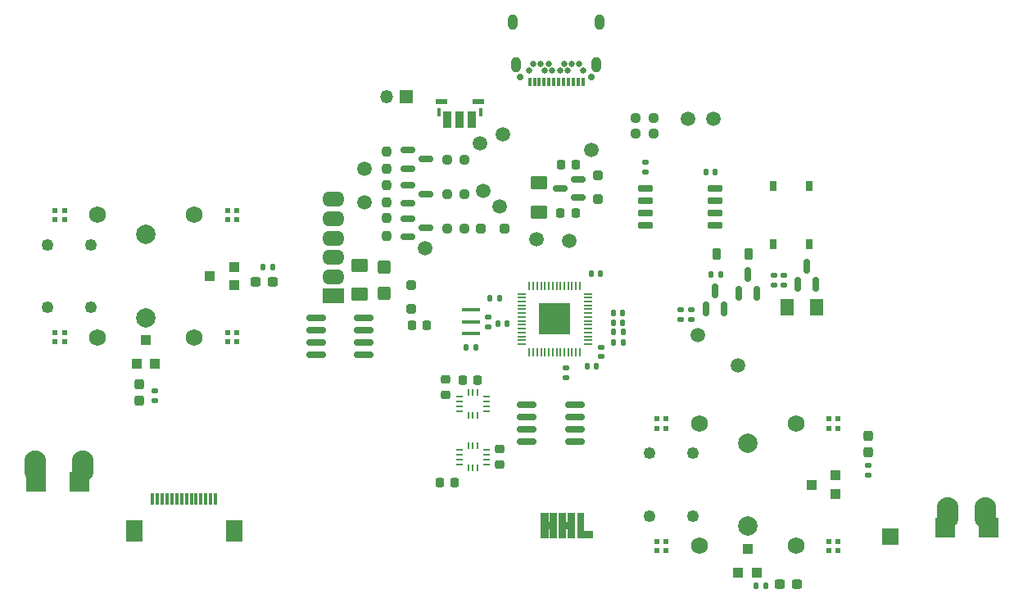
<source format=gbr>
G04 #@! TF.GenerationSoftware,KiCad,Pcbnew,7.0.2*
G04 #@! TF.CreationDate,2023-05-26T20:08:00-07:00*
G04 #@! TF.ProjectId,procon_gcc_main_pcb,70726f63-6f6e-45f6-9763-635f6d61696e,1*
G04 #@! TF.SameCoordinates,Original*
G04 #@! TF.FileFunction,Soldermask,Top*
G04 #@! TF.FilePolarity,Negative*
%FSLAX46Y46*%
G04 Gerber Fmt 4.6, Leading zero omitted, Abs format (unit mm)*
G04 Created by KiCad (PCBNEW 7.0.2) date 2023-05-26 20:08:00*
%MOMM*%
%LPD*%
G01*
G04 APERTURE LIST*
G04 Aperture macros list*
%AMRoundRect*
0 Rectangle with rounded corners*
0 $1 Rounding radius*
0 $2 $3 $4 $5 $6 $7 $8 $9 X,Y pos of 4 corners*
0 Add a 4 corners polygon primitive as box body*
4,1,4,$2,$3,$4,$5,$6,$7,$8,$9,$2,$3,0*
0 Add four circle primitives for the rounded corners*
1,1,$1+$1,$2,$3*
1,1,$1+$1,$4,$5*
1,1,$1+$1,$6,$7*
1,1,$1+$1,$8,$9*
0 Add four rect primitives between the rounded corners*
20,1,$1+$1,$2,$3,$4,$5,0*
20,1,$1+$1,$4,$5,$6,$7,0*
20,1,$1+$1,$6,$7,$8,$9,0*
20,1,$1+$1,$8,$9,$2,$3,0*%
G04 Aperture macros list end*
%ADD10C,0.025000*%
%ADD11RoundRect,0.135000X-0.135000X-0.185000X0.135000X-0.185000X0.135000X0.185000X-0.135000X0.185000X0*%
%ADD12C,1.500000*%
%ADD13R,0.300000X1.300000*%
%ADD14R,1.800000X2.200000*%
%ADD15R,0.745000X0.280000*%
%ADD16R,0.280000X0.745000*%
%ADD17R,1.700000X1.700000*%
%ADD18RoundRect,0.225000X-0.250000X0.225000X-0.250000X-0.225000X0.250000X-0.225000X0.250000X0.225000X0*%
%ADD19RoundRect,0.225000X-0.225000X-0.250000X0.225000X-0.250000X0.225000X0.250000X-0.225000X0.250000X0*%
%ADD20O,0.400000X0.900000*%
%ADD21R,0.950000X1.700000*%
%ADD22R,0.900000X1.700000*%
%ADD23R,1.200000X0.600000*%
%ADD24R,1.000000X1.000000*%
%ADD25RoundRect,0.135000X0.185000X-0.135000X0.185000X0.135000X-0.185000X0.135000X-0.185000X-0.135000X0*%
%ADD26RoundRect,0.135000X0.135000X0.185000X-0.135000X0.185000X-0.135000X-0.185000X0.135000X-0.185000X0*%
%ADD27R,0.550000X0.550000*%
%ADD28RoundRect,0.225000X-0.225000X-0.375000X0.225000X-0.375000X0.225000X0.375000X-0.225000X0.375000X0*%
%ADD29RoundRect,0.135000X-0.185000X0.135000X-0.185000X-0.135000X0.185000X-0.135000X0.185000X0.135000X0*%
%ADD30RoundRect,0.150000X-0.825000X-0.150000X0.825000X-0.150000X0.825000X0.150000X-0.825000X0.150000X0*%
%ADD31RoundRect,0.237500X-0.237500X0.300000X-0.237500X-0.300000X0.237500X-0.300000X0.237500X0.300000X0*%
%ADD32R,2.300000X1.600000*%
%ADD33O,2.300000X1.600000*%
%ADD34RoundRect,0.150000X-0.587500X-0.150000X0.587500X-0.150000X0.587500X0.150000X-0.587500X0.150000X0*%
%ADD35RoundRect,0.237500X0.300000X0.237500X-0.300000X0.237500X-0.300000X-0.237500X0.300000X-0.237500X0*%
%ADD36RoundRect,0.250001X-0.624999X0.462499X-0.624999X-0.462499X0.624999X-0.462499X0.624999X0.462499X0*%
%ADD37RoundRect,0.237500X-0.237500X0.250000X-0.237500X-0.250000X0.237500X-0.250000X0.237500X0.250000X0*%
%ADD38RoundRect,0.150000X0.150000X-0.587500X0.150000X0.587500X-0.150000X0.587500X-0.150000X-0.587500X0*%
%ADD39RoundRect,0.140000X0.140000X0.170000X-0.140000X0.170000X-0.140000X-0.170000X0.140000X-0.170000X0*%
%ADD40R,2.000000X2.000000*%
%ADD41R,3.200000X3.200000*%
%ADD42RoundRect,0.050000X-0.387500X0.050000X-0.387500X-0.050000X0.387500X-0.050000X0.387500X0.050000X0*%
%ADD43RoundRect,0.050000X-0.050000X0.387500X-0.050000X-0.387500X0.050000X-0.387500X0.050000X0.387500X0*%
%ADD44RoundRect,0.140000X-0.170000X0.140000X-0.170000X-0.140000X0.170000X-0.140000X0.170000X0.140000X0*%
%ADD45RoundRect,0.250000X-0.250000X-0.250000X0.250000X-0.250000X0.250000X0.250000X-0.250000X0.250000X0*%
%ADD46RoundRect,0.250001X0.624999X-0.462499X0.624999X0.462499X-0.624999X0.462499X-0.624999X-0.462499X0*%
%ADD47RoundRect,0.250000X0.250000X-0.250000X0.250000X0.250000X-0.250000X0.250000X-0.250000X-0.250000X0*%
%ADD48RoundRect,0.237500X0.250000X0.237500X-0.250000X0.237500X-0.250000X-0.237500X0.250000X-0.237500X0*%
%ADD49RoundRect,0.250001X-0.462499X-0.624999X0.462499X-0.624999X0.462499X0.624999X-0.462499X0.624999X0*%
%ADD50O,2.250000X3.250000*%
%ADD51RoundRect,0.237500X-0.300000X-0.237500X0.300000X-0.237500X0.300000X0.237500X-0.300000X0.237500X0*%
%ADD52RoundRect,0.225000X0.225000X0.250000X-0.225000X0.250000X-0.225000X-0.250000X0.225000X-0.250000X0*%
%ADD53R,1.900000X0.400000*%
%ADD54RoundRect,0.140000X-0.140000X-0.170000X0.140000X-0.170000X0.140000X0.170000X-0.140000X0.170000X0*%
%ADD55RoundRect,0.250000X0.425000X-0.450000X0.425000X0.450000X-0.425000X0.450000X-0.425000X-0.450000X0*%
%ADD56RoundRect,0.150000X0.587500X0.150000X-0.587500X0.150000X-0.587500X-0.150000X0.587500X-0.150000X0*%
%ADD57C,1.750000*%
%ADD58C,2.000000*%
%ADD59C,1.250000*%
%ADD60R,0.750000X1.000000*%
%ADD61R,1.350000X1.350000*%
%ADD62O,1.350000X1.350000*%
%ADD63C,0.700000*%
%ADD64R,0.300000X0.900000*%
%ADD65C,0.650000*%
%ADD66O,1.000000X1.600000*%
%ADD67RoundRect,0.150000X-0.650000X-0.150000X0.650000X-0.150000X0.650000X0.150000X-0.650000X0.150000X0*%
%ADD68RoundRect,0.237500X-0.250000X-0.237500X0.250000X-0.237500X0.250000X0.237500X-0.250000X0.237500X0*%
G04 APERTURE END LIST*
D10*
X141256470Y-145243438D02*
X142210425Y-145243438D01*
X142210425Y-145912807D01*
X140623811Y-145912807D01*
X140623811Y-143359635D01*
X141256470Y-143359635D01*
X141256470Y-145243438D01*
G36*
X141256470Y-145243438D02*
G01*
X142210425Y-145243438D01*
X142210425Y-145912807D01*
X140623811Y-145912807D01*
X140623811Y-143359635D01*
X141256470Y-143359635D01*
X141256470Y-145243438D01*
G37*
X138490336Y-145912807D02*
X137809475Y-145912807D01*
X137809475Y-144944685D01*
X137569819Y-144944685D01*
X137569819Y-145912807D01*
X136884519Y-145912807D01*
X136884519Y-143360155D01*
X137567533Y-143359635D01*
X137567533Y-144282437D01*
X137809475Y-144282437D01*
X137809475Y-143359635D01*
X138490336Y-143359635D01*
X138490336Y-145912807D01*
G36*
X138490336Y-145912807D02*
G01*
X137809475Y-145912807D01*
X137809475Y-144944685D01*
X137569819Y-144944685D01*
X137569819Y-145912807D01*
X136884519Y-145912807D01*
X136884519Y-143360155D01*
X137567533Y-143359635D01*
X137567533Y-144282437D01*
X137809475Y-144282437D01*
X137809475Y-143359635D01*
X138490336Y-143359635D01*
X138490336Y-145912807D01*
G37*
X140340336Y-145912807D02*
X139659475Y-145912807D01*
X139659475Y-144944685D01*
X139419819Y-144944685D01*
X139419819Y-145912807D01*
X138734519Y-145912807D01*
X138734519Y-143360155D01*
X139417533Y-143359635D01*
X139417533Y-144282437D01*
X139659475Y-144282437D01*
X139659475Y-143359635D01*
X140340336Y-143359635D01*
X140340336Y-145912807D01*
G36*
X140340336Y-145912807D02*
G01*
X139659475Y-145912807D01*
X139659475Y-144944685D01*
X139419819Y-144944685D01*
X139419819Y-145912807D01*
X138734519Y-145912807D01*
X138734519Y-143360155D01*
X139417533Y-143359635D01*
X139417533Y-144282437D01*
X139659475Y-144282437D01*
X139659475Y-143359635D01*
X140340336Y-143359635D01*
X140340336Y-145912807D01*
G37*
D11*
X129129756Y-126274421D03*
X130149756Y-126274421D03*
D12*
X136459755Y-115106341D03*
X139814343Y-115229853D03*
D13*
X96741205Y-141917846D03*
X97241205Y-141917846D03*
X97741205Y-141917846D03*
X98241205Y-141917846D03*
X98741205Y-141917846D03*
X99241205Y-141917846D03*
X99741205Y-141917846D03*
X100241205Y-141917846D03*
X100741205Y-141917846D03*
X101241205Y-141917846D03*
X101741205Y-141917846D03*
X102241205Y-141917846D03*
X102741205Y-141917846D03*
X103241205Y-141917846D03*
D14*
X94841205Y-145167846D03*
X105141205Y-145167846D03*
D15*
X131250000Y-132830000D03*
X131250000Y-132330000D03*
X131250000Y-131830000D03*
X131250000Y-131330000D03*
D16*
X130352000Y-130932000D03*
X129852000Y-130932000D03*
X129352000Y-130932000D03*
D15*
X128454000Y-131330000D03*
X128454000Y-131830000D03*
X128454000Y-132330000D03*
X128454000Y-132830000D03*
D16*
X129352000Y-133228000D03*
X129852000Y-133228000D03*
X130352000Y-133228000D03*
D15*
X128461499Y-136823749D03*
X128461499Y-137323749D03*
X128461499Y-137823749D03*
X128461499Y-138323749D03*
D16*
X129359499Y-138721749D03*
X129859499Y-138721749D03*
X130359499Y-138721749D03*
D15*
X131257499Y-138323749D03*
X131257499Y-137823749D03*
X131257499Y-137323749D03*
X131257499Y-136823749D03*
D16*
X130359499Y-136425749D03*
X129859499Y-136425749D03*
X129359499Y-136425749D03*
D17*
X172983595Y-145804174D03*
D18*
X127028523Y-129572529D03*
X127028523Y-131122529D03*
D19*
X130318394Y-129595200D03*
X128768394Y-129595200D03*
D18*
X132638988Y-136778904D03*
X132638988Y-138328904D03*
D19*
X126437999Y-140194151D03*
X127987999Y-140194151D03*
D20*
X126333519Y-101965000D03*
X130633519Y-101965000D03*
D21*
X127208519Y-102740000D03*
D22*
X128483519Y-102740000D03*
D21*
X129758519Y-102740000D03*
D23*
X126583519Y-100840000D03*
X130383519Y-100840000D03*
D24*
X105145000Y-119820000D03*
X105145000Y-117920000D03*
X102645000Y-118870000D03*
D25*
X152392760Y-123334312D03*
X152392760Y-122314312D03*
D26*
X145378378Y-124674084D03*
X144358378Y-124674084D03*
D27*
X166660000Y-134590000D03*
X167610000Y-134590000D03*
X167610000Y-133640000D03*
X166660000Y-133640000D03*
D28*
X155085499Y-116574786D03*
X158385499Y-116574786D03*
D29*
X162021317Y-118784380D03*
X162021317Y-119804380D03*
D12*
X152120505Y-102616000D03*
D25*
X170739623Y-139478477D03*
X170739623Y-138458477D03*
D12*
X142081539Y-105833876D03*
D30*
X113605156Y-123184537D03*
X113605156Y-124454537D03*
X113605156Y-125724537D03*
X113605156Y-126994537D03*
X118555156Y-126994537D03*
X118555156Y-125724537D03*
X118555156Y-124454537D03*
X118555156Y-123184537D03*
D31*
X95317457Y-130017891D03*
X95317457Y-131742891D03*
D32*
X115400000Y-120950000D03*
D33*
X115400000Y-118950000D03*
X115400000Y-116950000D03*
X115400000Y-114950000D03*
X115400000Y-112950000D03*
X115400000Y-110950000D03*
D34*
X123105000Y-105860000D03*
X123105000Y-107760000D03*
X124980000Y-106810000D03*
X123092500Y-112930000D03*
X123092500Y-114830000D03*
X124967500Y-113880000D03*
D11*
X131570000Y-121131418D03*
X132590000Y-121131418D03*
D35*
X163312504Y-150698757D03*
X161587504Y-150698757D03*
D27*
X86670000Y-125670000D03*
X87620000Y-125670000D03*
X87620000Y-124720000D03*
X86670000Y-124720000D03*
D36*
X136652000Y-109256500D03*
X136652000Y-112231500D03*
D37*
X120944000Y-109456500D03*
X120944000Y-111281500D03*
D38*
X163403973Y-119704893D03*
X165303973Y-119704893D03*
X164353973Y-117829893D03*
D39*
X154868965Y-108099075D03*
X153908965Y-108099075D03*
D40*
X178675000Y-144906500D03*
D41*
X138300000Y-123300000D03*
D42*
X141737500Y-120700000D03*
X141737500Y-121100000D03*
X141737500Y-121500000D03*
X141737500Y-121900000D03*
X141737500Y-122300000D03*
X141737500Y-122700000D03*
X141737500Y-123100000D03*
X141737500Y-123500000D03*
X141737500Y-123900000D03*
X141737500Y-124300000D03*
X141737500Y-124700000D03*
X141737500Y-125100000D03*
X141737500Y-125500000D03*
X141737500Y-125900000D03*
D43*
X140900000Y-126737500D03*
X140500000Y-126737500D03*
X140100000Y-126737500D03*
X139700000Y-126737500D03*
X139300000Y-126737500D03*
X138900000Y-126737500D03*
X138500000Y-126737500D03*
X138100000Y-126737500D03*
X137700000Y-126737500D03*
X137300000Y-126737500D03*
X136900000Y-126737500D03*
X136500000Y-126737500D03*
X136100000Y-126737500D03*
X135700000Y-126737500D03*
D42*
X134862500Y-125900000D03*
X134862500Y-125500000D03*
X134862500Y-125100000D03*
X134862500Y-124700000D03*
X134862500Y-124300000D03*
X134862500Y-123900000D03*
X134862500Y-123500000D03*
X134862500Y-123100000D03*
X134862500Y-122700000D03*
X134862500Y-122300000D03*
X134862500Y-121900000D03*
X134862500Y-121500000D03*
X134862500Y-121100000D03*
X134862500Y-120700000D03*
D43*
X135700000Y-119862500D03*
X136100000Y-119862500D03*
X136500000Y-119862500D03*
X136900000Y-119862500D03*
X137300000Y-119862500D03*
X137700000Y-119862500D03*
X138100000Y-119862500D03*
X138500000Y-119862500D03*
X138900000Y-119862500D03*
X139300000Y-119862500D03*
X139700000Y-119862500D03*
X140100000Y-119862500D03*
X140500000Y-119862500D03*
X140900000Y-119862500D03*
D27*
X104470000Y-112070000D03*
X105420000Y-112070000D03*
X105420000Y-113020000D03*
X104470000Y-113020000D03*
D44*
X143120000Y-126220000D03*
X143120000Y-127180000D03*
D37*
X120937000Y-112897500D03*
X120937000Y-114722500D03*
D45*
X130628718Y-113924462D03*
X133128718Y-113924462D03*
D46*
X118166000Y-120723000D03*
X118166000Y-117748000D03*
D40*
X84675000Y-140125000D03*
D47*
X123500000Y-122300000D03*
X123500000Y-119800000D03*
D39*
X133361612Y-123799940D03*
X132401612Y-123799940D03*
D48*
X128992500Y-113940000D03*
X127167500Y-113940000D03*
D29*
X160950598Y-118782478D03*
X160950598Y-119802478D03*
D24*
X157285000Y-149540000D03*
X159185000Y-149540000D03*
X158235000Y-147040000D03*
D49*
X162366473Y-122067393D03*
X165341473Y-122067393D03*
D50*
X178957595Y-143318317D03*
X182857595Y-143318317D03*
D38*
X153905499Y-122292286D03*
X155805499Y-122292286D03*
X154855499Y-120417286D03*
D26*
X145383475Y-125698631D03*
X144363475Y-125698631D03*
D51*
X107418809Y-119497056D03*
X109143809Y-119497056D03*
D52*
X125075000Y-123925000D03*
X123525000Y-123925000D03*
D27*
X148860000Y-146290000D03*
X149810000Y-146290000D03*
X149810000Y-147240000D03*
X148860000Y-147240000D03*
D12*
X124900940Y-115973075D03*
X157237043Y-128094200D03*
D25*
X147669721Y-108165507D03*
X147669721Y-107145507D03*
D53*
X129650000Y-122375000D03*
X129650000Y-123575000D03*
X129650000Y-124775000D03*
D54*
X142075728Y-118581565D03*
X143035728Y-118581565D03*
D27*
X86670000Y-113020000D03*
X87620000Y-113020000D03*
X87620000Y-112070000D03*
X86670000Y-112070000D03*
D55*
X120706000Y-120622000D03*
X120706000Y-117922000D03*
D12*
X130556000Y-105156000D03*
D31*
X170738456Y-137077081D03*
X170738456Y-135352081D03*
D27*
X166660000Y-147240000D03*
X167610000Y-147240000D03*
X167610000Y-146290000D03*
X166660000Y-146290000D03*
D34*
X123092500Y-109440000D03*
X123092500Y-111340000D03*
X124967500Y-110390000D03*
D56*
X140745500Y-110744500D03*
X140745500Y-108844500D03*
X138870500Y-109794500D03*
D11*
X159135629Y-150847756D03*
X160155629Y-150847756D03*
D57*
X153235000Y-134115000D03*
X153235000Y-146765000D03*
D58*
X158235000Y-136140000D03*
X158235000Y-144740000D03*
D57*
X163235000Y-134115000D03*
X163235000Y-146765000D03*
D59*
X152585000Y-137190000D03*
X152585000Y-143690000D03*
X148085000Y-137190000D03*
X148085000Y-143690000D03*
D60*
X164635000Y-109540000D03*
X164635000Y-115540000D03*
X160885000Y-109540000D03*
X160885000Y-115540000D03*
D24*
X95095000Y-127970000D03*
X96995000Y-127970000D03*
X96045000Y-125470000D03*
D11*
X108175401Y-117977059D03*
X109195401Y-117977059D03*
D39*
X142603255Y-128160953D03*
X141643255Y-128160953D03*
D19*
X138913000Y-112324500D03*
X140463000Y-112324500D03*
D39*
X145330000Y-123675000D03*
X144370000Y-123675000D03*
D61*
X122920000Y-100330000D03*
D62*
X120920000Y-100330000D03*
D12*
X118616369Y-107778492D03*
D39*
X145327989Y-122665768D03*
X144367989Y-122665768D03*
D12*
X130945712Y-110042059D03*
D38*
X157305499Y-120612286D03*
X159205499Y-120612286D03*
X158255499Y-118737286D03*
D48*
X128982500Y-110380000D03*
X127157500Y-110380000D03*
D63*
X142060000Y-98275000D03*
X134710000Y-98275000D03*
D64*
X141210000Y-98835000D03*
X140710000Y-98835000D03*
X140210000Y-98835000D03*
X139710000Y-98835000D03*
X139210000Y-98835000D03*
X138710000Y-98835000D03*
X138210000Y-98835000D03*
X137710000Y-98835000D03*
X137210000Y-98835000D03*
X136710000Y-98835000D03*
X136210000Y-98835000D03*
X135710000Y-98835000D03*
D65*
X135660000Y-97625000D03*
X136060000Y-96925000D03*
X136860000Y-96925000D03*
X137260000Y-97625000D03*
X137660000Y-96925000D03*
X138060000Y-97625000D03*
X138860000Y-97625000D03*
X139260000Y-96925000D03*
X139660000Y-97625000D03*
X140060000Y-96925000D03*
X140860000Y-96925000D03*
X141260000Y-97625000D03*
D66*
X142950000Y-92635000D03*
X142590000Y-97025000D03*
X134330000Y-97025000D03*
X133970000Y-92635000D03*
D12*
X118599544Y-111294833D03*
D30*
X135447000Y-132207000D03*
X135447000Y-133477000D03*
X135447000Y-134747000D03*
X135447000Y-136017000D03*
X140397000Y-136017000D03*
X140397000Y-134747000D03*
X140397000Y-133477000D03*
X140397000Y-132207000D03*
D67*
X147671042Y-109789917D03*
X147671042Y-111059917D03*
X147671042Y-112329917D03*
X147671042Y-113599917D03*
X154871042Y-113599917D03*
X154871042Y-112329917D03*
X154871042Y-111059917D03*
X154871042Y-109789917D03*
D48*
X128992500Y-106880000D03*
X127167500Y-106880000D03*
D25*
X131420884Y-124153577D03*
X131420884Y-123133577D03*
D50*
X84607723Y-138528911D03*
X89507723Y-138528911D03*
D29*
X96933652Y-130742363D03*
X96933652Y-131762363D03*
D52*
X140508000Y-107344500D03*
X138958000Y-107344500D03*
D27*
X104470000Y-125670000D03*
X105420000Y-125670000D03*
X105420000Y-124720000D03*
X104470000Y-124720000D03*
D37*
X120930000Y-105967500D03*
X120930000Y-107792500D03*
D26*
X155475499Y-118684786D03*
X154455499Y-118684786D03*
D12*
X154686000Y-102616000D03*
X132980418Y-104222421D03*
D68*
X146687500Y-102550000D03*
X148512500Y-102550000D03*
D59*
X85895000Y-122120000D03*
X85895000Y-115620000D03*
X90395000Y-122120000D03*
X90395000Y-115620000D03*
D57*
X101045000Y-125195000D03*
X101045000Y-112545000D03*
D58*
X96045000Y-123170000D03*
X96045000Y-114570000D03*
D57*
X91045000Y-125195000D03*
X91045000Y-112545000D03*
D24*
X167335000Y-141390000D03*
X167335000Y-139490000D03*
X164835000Y-140440000D03*
D47*
X142794000Y-110954500D03*
X142794000Y-108454500D03*
D27*
X148860000Y-134590000D03*
X149810000Y-134590000D03*
X149810000Y-133640000D03*
X148860000Y-133640000D03*
D29*
X151314832Y-122308704D03*
X151314832Y-123328704D03*
D40*
X89175000Y-140125000D03*
D12*
X153119831Y-124976430D03*
D40*
X183175000Y-144906500D03*
D68*
X146687500Y-104150000D03*
X148512500Y-104150000D03*
D12*
X132571909Y-111701320D03*
D29*
X139473009Y-128385944D03*
X139473009Y-129405944D03*
M02*

</source>
